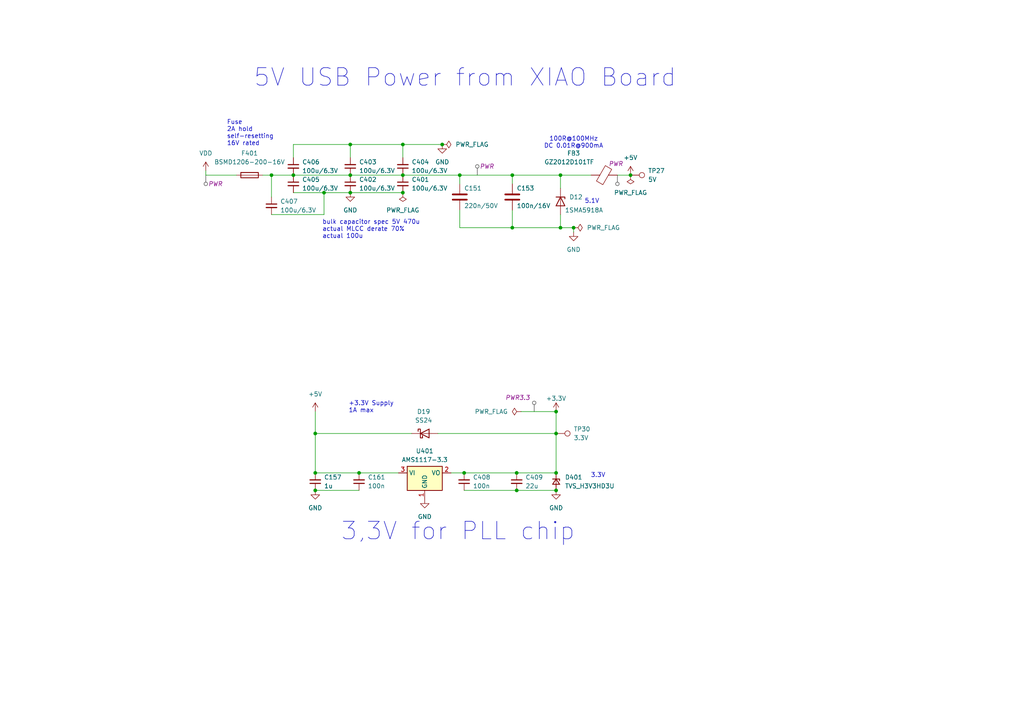
<source format=kicad_sch>
(kicad_sch (version 20250114) (generator "eeschema") (generator_version "9.0")
  (paper "A4")
  (lib_symbols
    (symbol "Connector:TestPoint" (pin_numbers (hide yes)) (pin_names (offset 0.762) (hide yes))
      (property "Reference" "TP" (at 0 6.858 0))
      (property "Value" "TestPoint" (at 0 5.08 0))
      (symbol "TestPoint_0_1"
        (circle (center 0 3.302) (radius 0.762))
      )
      (symbol "TestPoint_1_1"
        (pin passive line (at 0 0 90) (length 2.54) (name "1") (number "1"))
      )
    )
    (symbol "Device:C" (pin_numbers (hide yes)) (pin_names (offset 0.254))
      (property "Reference" "C" (at 0.635 2.54 0))
      (property "Value" "C" (at 0.635 -2.54 0))
      (symbol "C_0_1"
        (polyline (pts (xy -2.032 0.762) (xy 2.032 0.762)) (stroke (width 0.508)))
        (polyline (pts (xy -2.032 -0.762) (xy 2.032 -0.762)) (stroke (width 0.508)))
      )
      (symbol "C_1_1"
        (pin passive line (at 0 3.81 270) (length 2.794) (name "~") (number "1"))
        (pin passive line (at 0 -3.81 90) (length 2.794) (name "~") (number "2"))
      )
    )
    (symbol "Device:C_Small" (pin_numbers (hide yes)) (pin_names (offset 0.254) (hide yes))
      (property "Reference" "C" (at 0.254 1.778 0))
      (property "Value" "C_Small" (at 0.254 -2.032 0))
      (symbol "C_Small_0_1"
        (polyline (pts (xy -1.524 0.508) (xy 1.524 0.508)) (stroke (width 0.3048)))
        (polyline (pts (xy -1.524 -0.508) (xy 1.524 -0.508)) (stroke (width 0.3302)))
      )
      (symbol "C_Small_1_1"
        (pin passive line (at 0 2.54 270) (length 2.032) (name "~") (number "1"))
        (pin passive line (at 0 -2.54 90) (length 2.032) (name "~") (number "2"))
      )
    )
    (symbol "Device:D_Schottky" (pin_numbers (hide yes)) (pin_names (offset 1.016) (hide yes))
      (property "Reference" "D" (at 0 2.54 0))
      (property "Value" "D_Schottky" (at 0 -2.54 0))
      (symbol "D_Schottky_0_1"
        (polyline (pts (xy -1.905 0.635) (xy -1.905 1.27) (xy -1.27 1.27) (xy -1.27 -1.27) (xy -0.635 -1.27) (xy -0.635 -0.635)) (stroke (width 0.254)))
        (polyline (pts (xy 1.27 1.27) (xy 1.27 -1.27) (xy -1.27 0) (xy 1.27 1.27)) (stroke (width 0.254)))
        (polyline (pts (xy 1.27 0) (xy -1.27 0)))
      )
      (symbol "D_Schottky_1_1"
        (pin passive line (at -3.81 0 0) (length 2.54) (name "K") (number "1"))
        (pin passive line (at 3.81 0 180) (length 2.54) (name "A") (number "2"))
      )
    )
    (symbol "Device:D_Zener" (pin_numbers (hide yes)) (pin_names (offset 1.016) (hide yes))
      (property "Reference" "D" (at 0 2.54 0))
      (property "Value" "D_Zener" (at 0 -2.54 0))
      (symbol "D_Zener_0_1"
        (polyline (pts (xy -1.27 -1.27) (xy -1.27 1.27) (xy -0.762 1.27)) (stroke (width 0.254)))
        (polyline (pts (xy 1.27 0) (xy -1.27 0)))
        (polyline (pts (xy 1.27 -1.27) (xy 1.27 1.27) (xy -1.27 0) (xy 1.27 -1.27)) (stroke (width 0.254)))
      )
      (symbol "D_Zener_1_1"
        (pin passive line (at -3.81 0 0) (length 2.54) (name "K") (number "1"))
        (pin passive line (at 3.81 0 180) (length 2.54) (name "A") (number "2"))
      )
    )
    (symbol "Device:D_Zener_Small" (pin_numbers (hide yes)) (pin_names (offset 0.254) (hide yes))
      (property "Reference" "D" (at 0 2.286 0))
      (property "Value" "D_Zener_Small" (at 0 -2.286 0))
      (symbol "D_Zener_Small_0_1"
        (polyline (pts (xy -0.254 1.016) (xy -0.762 1.016) (xy -0.762 -1.016)) (stroke (width 0.254)))
        (polyline (pts (xy 0.762 1.016) (xy -0.762 0) (xy 0.762 -1.016) (xy 0.762 1.016)) (stroke (width 0.254)))
        (polyline (pts (xy 0.762 0) (xy -0.762 0)))
      )
      (symbol "D_Zener_Small_1_1"
        (pin passive line (at -2.54 0 0) (length 1.778) (name "K") (number "1"))
        (pin passive line (at 2.54 0 180) (length 1.778) (name "A") (number "2"))
      )
    )
    (symbol "Device:FerriteBead" (pin_numbers (hide yes)) (pin_names (offset 0))
      (property "Reference" "FB" (at -3.81 0.635 90))
      (property "Value" "FerriteBead" (at 3.81 0 90))
      (symbol "FerriteBead_0_1"
        (polyline (pts (xy -2.7686 0.4064) (xy -1.7018 2.2606) (xy 2.7686 -0.3048) (xy 1.6764 -2.159) (xy -2.7686 0.4064)))
        (polyline (pts (xy 0 1.27) (xy 0 1.2954)))
        (polyline (pts (xy 0 -1.27) (xy 0 -1.2192)))
      )
      (symbol "FerriteBead_1_1"
        (pin passive line (at 0 3.81 270) (length 2.54) (name "~") (number "1"))
        (pin passive line (at 0 -3.81 90) (length 2.54) (name "~") (number "2"))
      )
    )
    (symbol "Device:Fuse" (pin_numbers (hide yes)) (pin_names (offset 0))
      (property "Reference" "F" (at 2.032 0 90))
      (property "Value" "Fuse" (at -1.905 0 90))
      (symbol "Fuse_0_1"
        (rectangle (start -0.762 -2.54) (end 0.762 2.54) (stroke (width 0.254)))
        (polyline (pts (xy 0 2.54) (xy 0 -2.54)))
      )
      (symbol "Fuse_1_1"
        (pin passive line (at 0 3.81 270) (length 1.27) (name "~") (number "1"))
        (pin passive line (at 0 -3.81 90) (length 1.27) (name "~") (number "2"))
      )
    )
    (symbol "Regulator_Linear:AMS1117-3.3"
      (property "Reference" "U" (at -3.81 3.175 0))
      (property "Value" "AMS1117-3.3" (at 0 3.175 0))
      (symbol "AMS1117-3.3_0_1"
        (rectangle (start -5.08 -5.08) (end 5.08 1.905) (stroke (width 0.254)) (fill (type background)))
      )
      (symbol "AMS1117-3.3_1_1"
        (pin power_in line (at -7.62 0 0) (length 2.54) (name "VI") (number "3"))
        (pin power_in line (at 0 -7.62 90) (length 2.54) (name "GND") (number "1"))
        (pin power_out line (at 7.62 0 180) (length 2.54) (name "VO") (number "2"))
      )
    )
    (symbol "power:+3.3V" (power) (pin_names (offset 0))
      (property "Value" "+3.3V" (at 0 3.556 0))
      (symbol "+3.3V_0_1"
        (polyline (pts (xy -0.762 1.27) (xy 0 2.54)))
        (polyline (pts (xy 0 2.54) (xy 0.762 1.27)))
        (polyline (pts (xy 0 0) (xy 0 2.54)))
      )
      (symbol "+3.3V_1_1"
        (pin power_in line (at 0 0 90) (length 0) (hide yes) (name "+3.3V") (number "1"))
      )
    )
    (symbol "power:+5V" (power) (pin_names (offset 0))
      (property "Value" "+5V" (at 0 3.556 0))
      (symbol "+5V_0_1"
        (polyline (pts (xy -0.762 1.27) (xy 0 2.54)))
        (polyline (pts (xy 0 2.54) (xy 0.762 1.27)))
        (polyline (pts (xy 0 0) (xy 0 2.54)))
      )
      (symbol "+5V_1_1"
        (pin power_in line (at 0 0 90) (length 0) (hide yes) (name "+5V") (number "1"))
      )
    )
    (symbol "power:GND" (power) (pin_names (offset 0))
      (property "Value" "GND" (at 0 -3.81 0))
      (symbol "GND_0_1"
        (polyline (pts (xy 0 0) (xy 0 -1.27) (xy 1.27 -1.27) (xy 0 -2.54) (xy -1.27 -1.27) (xy 0 -1.27)))
      )
      (symbol "GND_1_1"
        (pin power_in line (at 0 0 270) (length 0) (hide yes) (name "GND") (number "1"))
      )
    )
    (symbol "power:PWR_FLAG" (power) (pin_numbers (hide yes)) (pin_names (offset 0) (hide yes))
      (property "Value" "PWR_FLAG" (at 0 3.81 0))
      (symbol "PWR_FLAG_0_0"
        (pin power_out line (at 0 0 90) (length 0) (name "pwr") (number "1"))
      )
      (symbol "PWR_FLAG_0_1"
        (polyline (pts (xy 0 0) (xy 0 1.27) (xy -1.016 1.905) (xy 0 2.54) (xy 1.016 1.905) (xy 0 1.27)))
      )
    )
    (symbol "power:VDD" (power) (pin_numbers (hide yes)) (pin_names (offset 0) (hide yes))
      (property "Value" "VDD" (at 0 3.556 0))
      (symbol "VDD_0_1"
        (polyline (pts (xy -0.762 1.27) (xy 0 2.54)))
        (polyline (pts (xy 0 2.54) (xy 0.762 1.27)))
        (polyline (pts (xy 0 0) (xy 0 2.54)))
      )
      (symbol "VDD_1_1"
        (pin power_in line (at 0 0 90) (length 0) (name "~") (number "1"))
      )
    )
  )
  (text "100R@100MHz\nDC 0.01R@900mA" (at 166.37 41.402 0) (effects (font (size 1.27 1.27))))
  (text "5.1V" (at 171.704 58.42 0) (effects (font (size 1.27 1.27))))
  (text "Fuse\n2A hold\nself-resetting\n16V rated" (at 65.786 38.608 0) (effects (font (size 1.27 1.27)) (justify left)))
  (text "+3.3V Supply\n1A max" (at 101.092 119.888 0) (effects (font (size 1.27 1.27)) (justify left bottom)))
  (text "3.3V" (at 173.482 137.922 0) (effects (font (size 1.27 1.27))))
  (text "5V USB Power from XIAO Board" (at 134.874 22.606 0) (effects (font (size 5.08 5.08))))
  (text "bulk capacitor spec 5V 470u\nactual MLCC derate 70%\nactual 100u" (at 93.472 66.548 0) (effects (font (size 1.27 1.27)) (justify left)))
  (text "3,3V for PLL chip" (at 132.842 154.178 0) (effects (font (size 5.08 5.08))))
  (junction (at 148.59 66.04))
  (junction (at 149.86 142.24))
  (junction (at 162.56 50.8))
  (junction (at 85.09 50.8))
  (junction (at 149.86 137.16))
  (junction (at 116.84 55.88))
  (junction (at 161.29 137.16))
  (junction (at 91.44 142.24))
  (junction (at 101.6 41.91))
  (junction (at 148.59 50.8))
  (junction (at 91.44 137.16))
  (junction (at 101.6 55.88))
  (junction (at 93.98 55.88))
  (junction (at 161.29 142.24))
  (junction (at 166.37 66.04))
  (junction (at 134.62 137.16))
  (junction (at 78.74 50.8))
  (junction (at 161.29 125.73))
  (junction (at 91.44 125.73))
  (junction (at 182.88 50.8))
  (junction (at 128.27 41.91))
  (junction (at 116.84 41.91))
  (junction (at 104.14 137.16))
  (junction (at 162.56 66.04))
  (junction (at 101.6 50.8))
  (junction (at 133.35 50.8))
  (junction (at 161.29 119.38))
  (junction (at 116.84 50.8))
  (wire (pts (xy 85.09 50.8) (xy 101.6 50.8)))
  (wire (pts (xy 148.59 50.8) (xy 148.59 53.34)))
  (wire (pts (xy 78.74 62.23) (xy 93.98 62.23)))
  (wire (pts (xy 133.35 50.8) (xy 133.35 53.34)))
  (wire (pts (xy 91.44 119.38) (xy 91.44 125.73)))
  (wire (pts (xy 93.98 55.88) (xy 85.09 55.88)))
  (wire (pts (xy 85.09 41.91) (xy 101.6 41.91)))
  (wire (pts (xy 101.6 50.8) (xy 116.84 50.8)))
  (wire (pts (xy 116.84 55.88) (xy 101.6 55.88)))
  (wire (pts (xy 149.86 142.24) (xy 161.29 142.24)))
  (wire (pts (xy 133.35 50.8) (xy 148.59 50.8)))
  (wire (pts (xy 134.62 142.24) (xy 149.86 142.24)))
  (wire (pts (xy 148.59 60.96) (xy 148.59 66.04)))
  (wire (pts (xy 166.37 67.31) (xy 166.37 66.04)))
  (wire (pts (xy 101.6 55.88) (xy 93.98 55.88)))
  (wire (pts (xy 161.29 119.38) (xy 161.29 125.73)))
  (wire (pts (xy 91.44 142.24) (xy 104.14 142.24)))
  (wire (pts (xy 162.56 50.8) (xy 171.45 50.8)))
  (wire (pts (xy 162.56 66.04) (xy 166.37 66.04)))
  (wire (pts (xy 148.59 66.04) (xy 162.56 66.04)))
  (wire (pts (xy 76.2 50.8) (xy 78.74 50.8)))
  (wire (pts (xy 59.69 50.8) (xy 68.58 50.8)))
  (wire (pts (xy 101.6 41.91) (xy 116.84 41.91)))
  (wire (pts (xy 134.62 137.16) (xy 149.86 137.16)))
  (wire (pts (xy 101.6 41.91) (xy 101.6 45.72)))
  (wire (pts (xy 59.69 49.53) (xy 59.69 50.8)))
  (wire (pts (xy 78.74 50.8) (xy 78.74 57.15)))
  (wire (pts (xy 116.84 41.91) (xy 116.84 45.72)))
  (wire (pts (xy 149.86 137.16) (xy 161.29 137.16)))
  (wire (pts (xy 91.44 137.16) (xy 104.14 137.16)))
  (wire (pts (xy 116.84 50.8) (xy 133.35 50.8)))
  (wire (pts (xy 78.74 50.8) (xy 85.09 50.8)))
  (wire (pts (xy 85.09 45.72) (xy 85.09 41.91)))
  (wire (pts (xy 127 125.73) (xy 161.29 125.73)))
  (wire (pts (xy 179.07 50.8) (xy 182.88 50.8)))
  (wire (pts (xy 161.29 125.73) (xy 161.29 137.16)))
  (wire (pts (xy 133.35 60.96) (xy 133.35 66.04)))
  (wire (pts (xy 116.84 41.91) (xy 128.27 41.91)))
  (wire (pts (xy 148.59 50.8) (xy 162.56 50.8)))
  (wire (pts (xy 104.14 137.16) (xy 115.57 137.16)))
  (wire (pts (xy 91.44 125.73) (xy 119.38 125.73)))
  (wire (pts (xy 130.81 137.16) (xy 134.62 137.16)))
  (wire (pts (xy 133.35 66.04) (xy 148.59 66.04)))
  (wire (pts (xy 151.13 119.38) (xy 161.29 119.38)))
  (wire (pts (xy 162.56 50.8) (xy 162.56 54.61)))
  (wire (pts (xy 162.56 62.23) (xy 162.56 66.04)))
  (wire (pts (xy 91.44 125.73) (xy 91.44 137.16)))
  (wire (pts (xy 93.98 62.23) (xy 93.98 55.88)))
  (netclass_flag "" (length 2.54) (shape round) (at 138.43 50.8 0) (property "Netclass" "PWR" (at 139.1285 48.26 0) (effects (font (italic yes)) (justify left))))
  (netclass_flag "" (length 2.54) (shape round) (at 59.69 50.8 180) (property "Netclass" "PWR" (at 60.3885 53.34 0) (effects (font (italic yes)) (justify left))))
  (netclass_flag "" (length 2.54) (shape round) (at 179.07 50.8 180) (property "Netclass" "PWR" (at 176.53 47.498 0) (effects (font (italic yes)) (justify left))))
  (netclass_flag "" (length 2.54) (shape round) (at 154.94 119.38 0) (property "Netclass" "PWR3.3" (at 146.558 115.316 0) (effects (font (italic yes)) (justify left))))
  (symbol (lib_id "Device:C_Small") (at 91.44 139.7 180) (unit 1)
    (property "Reference" "C157" (at 93.98 138.4235 0) (effects (justify right)))
    (property "Value" "1u" (at 93.98 140.9635 0) (effects (justify right)))
    (property "Footprint" "Capacitor_SMD:C_0805_2012Metric" (effects (hide yes)))
    (property "Description" "Unpolarized capacitor, small symbol" (effects (hide yes)))
    (property "LCSC" "C28323" (effects (hide yes)))
  )
  (symbol (lib_id "power:+3.3V") (at 161.29 119.38 0) (unit 1)
    (property "Reference" "#PWR0157" (effects (hide yes)))
    (property "Value" "+3.3V" (at 161.29 115.57 0))
  )
  (symbol (lib_id "power:PWR_FLAG") (at 128.27 41.91 270) (unit 1)
    (property "Reference" "#FLG0401" (effects (hide yes)))
    (property "Value" "PWR_FLAG" (at 132.08 41.9099 90) (effects (justify left)))
  )
  (symbol (lib_id "power:VDD") (at 59.69 49.53 0) (unit 1)
    (property "Reference" "#PWR018" (effects (hide yes)))
    (property "Value" "VDD" (at 59.69 44.45 0))
    (property "Description" "Power symbol creates a global label with name \"VDD\"" (effects (hide yes)))
  )
  (symbol (lib_id "Connector:TestPoint") (at 161.29 125.73 270) (unit 1)
    (property "Reference" "TP30" (at 166.37 124.4599 90) (effects (justify left)))
    (property "Value" "3.3V" (at 166.37 126.9999 90) (effects (justify left)))
    (property "Footprint" "TestPoint:TestPoint_Pad_D2.0mm" (effects (hide yes)))
  )
  (symbol (lib_id "power:GND") (at 166.37 67.31 0) (unit 1)
    (property "Reference" "#PWR0155" (effects (hide yes)))
    (property "Value" "GND" (at 166.37 72.39 0))
  )
  (symbol (lib_id "Regulator_Linear:AMS1117-3.3") (at 123.19 137.16 0) (unit 1)
    (property "Reference" "U401" (at 123.19 130.81 0))
    (property "Value" "AMS1117-3.3" (at 123.19 133.35 0))
    (property "Footprint" "Package_TO_SOT_SMD:SOT-223-3_TabPin2" (effects (hide yes)))
    (property "Datasheet" "http://www.advanced-monolithic.com/pdf/ds1117.pdf" (effects (hide yes)))
    (property "Description" "1A Low Dropout regulator, positive, 3.3V fixed output, SOT-223" (effects (hide yes)))
    (property "LCSC" "C6186" (effects (hide yes)))
  )
  (symbol (lib_id "Device:C_Small") (at 78.74 59.69 0) (unit 1)
    (property "Reference" "C407" (at 81.28 58.4262 0) (effects (justify left)))
    (property "Value" "100u/6.3V" (at 81.28 60.9662 0) (effects (justify left)))
    (property "Footprint" "Capacitor_SMD:C_1206_3216Metric" (effects (hide yes)))
    (property "Description" "Unpolarized capacitor, small symbol" (effects (hide yes)))
    (property "LCSC" "C15008" (effects (hide yes)))
  )
  (symbol (lib_id "power:PWR_FLAG") (at 182.88 50.8 180) (unit 1)
    (property "Reference" "#FLG0101" (effects (hide yes)))
    (property "Value" "PWR_FLAG" (at 182.88 55.88 0))
  )
  (symbol (lib_id "Device:C") (at 148.59 57.15 0) (unit 1)
    (property "Reference" "C153" (at 149.86 54.61 0) (effects (justify left)))
    (property "Value" "100n/16V" (at 149.86 59.69 0) (effects (justify left)))
    (property "Footprint" "Capacitor_SMD:C_0402_1005Metric" (effects (hide yes)))
    (property "LCSC" "C1525" (effects (hide yes)))
  )
  (symbol (lib_id "Device:C_Small") (at 116.84 48.26 180) (unit 1)
    (property "Reference" "C404" (at 119.38 46.9835 0) (effects (justify right)))
    (property "Value" "100u/6.3V" (at 119.38 49.5235 0) (effects (justify right)))
    (property "Footprint" "Capacitor_SMD:C_1206_3216Metric" (effects (hide yes)))
    (property "Description" "Unpolarized capacitor, small symbol" (effects (hide yes)))
    (property "LCSC" "C15008" (effects (hide yes)))
  )
  (symbol (lib_id "power:PWR_FLAG") (at 166.37 66.04 270) (unit 1)
    (property "Reference" "#FLG0102" (effects (hide yes)))
    (property "Value" "PWR_FLAG" (at 170.18 66.0399 90) (effects (justify left)))
  )
  (symbol (lib_id "power:GND") (at 123.19 144.78 0) (unit 1)
    (property "Reference" "#PWR0404" (effects (hide yes)))
    (property "Value" "GND" (at 123.19 149.86 0))
  )
  (symbol (lib_id "Device:Fuse") (at 72.39 50.8 90) (unit 1)
    (property "Reference" "F401" (at 72.39 44.45 90))
    (property "Value" "BSMD1206-200-16V" (at 72.39 46.99 90))
    (property "Footprint" "Fuse:Fuse_1206_3216Metric" (effects (hide yes)))
    (property "Description" "Fuse" (effects (hide yes)))
    (property "LCSC" "C2685749" (effects (hide yes)))
  )
  (symbol (lib_id "power:GND") (at 91.44 142.24 0) (unit 1)
    (property "Reference" "#PWR0403" (effects (hide yes)))
    (property "Value" "GND" (at 91.44 147.32 0))
  )
  (symbol (lib_id "Device:D_Schottky") (at 123.19 125.73 0) (unit 1)
    (property "Reference" "D19" (at 122.8725 119.38 0))
    (property "Value" "SS24" (at 122.8725 121.92 0))
    (property "Footprint" "Diode_SMD:D_SMA" (effects (hide yes)))
    (property "Datasheet" "https://www.diodes.com/assets/Datasheets/ds31733.pdf" (effects (hide yes)))
    (property "LCSC" "C7420362" (effects (hide yes)))
  )
  (symbol (lib_id "power:GND") (at 161.29 142.24 0) (unit 1)
    (property "Reference" "#PWR0405" (effects (hide yes)))
    (property "Value" "GND" (at 161.29 147.32 0))
  )
  (symbol (lib_id "Device:FerriteBead") (at 175.26 50.8 90) (unit 1)
    (property "Reference" "FB3" (at 166.37 44.45 90))
    (property "Value" "GZ2012D101TF" (at 165.1 46.99 90))
    (property "Footprint" "Inductor_SMD:L_0805_2012Metric" (effects (hide yes)))
    (property "Datasheet" "https://www.mouser.de/datasheet/2/447/KEM_FB0001_Z_PWS-3316960.pdf" (effects (hide yes)))
    (property "LCSC" "C1015" (effects (hide yes)))
  )
  (symbol (lib_id "power:GND") (at 101.6 55.88 0) (unit 1)
    (property "Reference" "#PWR0402" (effects (hide yes)))
    (property "Value" "GND" (at 101.6 60.96 0))
  )
  (symbol (lib_id "power:+5V") (at 91.44 119.38 0) (unit 1)
    (property "Reference" "#PWR024" (effects (hide yes)))
    (property "Value" "+5V" (at 91.44 114.3 0))
  )
  (symbol (lib_id "Device:D_Zener") (at 162.56 58.42 270) (unit 1)
    (property "Reference" "D12" (at 165.1 57.15 90) (effects (justify left)))
    (property "Value" "1SMA5918A" (at 163.83 60.96 90) (effects (justify left)))
    (property "Footprint" "Diode_SMD:D_SMA" (effects (hide yes)))
    (property "Datasheet" "https://www.diodes.com/assets/Datasheets/DFLZxxQ.pdf" (effects (hide yes)))
    (property "LCSC" "C19077487" (effects (hide yes)))
  )
  (symbol (lib_id "Device:C_Small") (at 85.09 48.26 0) (unit 1)
    (property "Reference" "C406" (at 87.63 46.9962 0) (effects (justify left)))
    (property "Value" "100u/6.3V" (at 87.63 49.5362 0) (effects (justify left)))
    (property "Footprint" "Capacitor_SMD:C_1206_3216Metric" (effects (hide yes)))
    (property "Description" "Unpolarized capacitor, small symbol" (effects (hide yes)))
    (property "LCSC" "C15008" (effects (hide yes)))
  )
  (symbol (lib_id "Device:D_Zener_Small") (at 161.29 139.7 270) (unit 1)
    (property "Reference" "D401" (at 163.83 138.4299 90) (effects (justify left)))
    (property "Value" "TVS_H3V3HD3U" (at 163.83 140.9699 90) (effects (justify left)))
    (property "Footprint" "Diode_SMD:D_SOD-323" (effects (hide yes)))
    (property "Description" "Zener diode, small symbol" (effects (hide yes)))
    (property "LCSC" "C20615801" (effects (hide yes)))
  )
  (symbol (lib_id "Device:C_Small") (at 116.84 53.34 0) (unit 1)
    (property "Reference" "C401" (at 119.38 52.0762 0) (effects (justify left)))
    (property "Value" "100u/6.3V" (at 119.38 54.6162 0) (effects (justify left)))
    (property "Footprint" "Capacitor_SMD:C_1206_3216Metric" (effects (hide yes)))
    (property "Description" "Unpolarized capacitor, small symbol" (effects (hide yes)))
    (property "LCSC" "C15008" (effects (hide yes)))
  )
  (symbol (lib_id "Device:C") (at 133.35 57.15 0) (unit 1)
    (property "Reference" "C151" (at 134.62 54.61 0) (effects (justify left)))
    (property "Value" "220n/50V" (at 134.62 59.69 0) (effects (justify left)))
    (property "Footprint" "Capacitor_SMD:C_0805_2012Metric" (effects (hide yes)))
    (property "LCSC" "C5378" (effects (hide yes)))
  )
  (symbol (lib_id "Device:C_Small") (at 149.86 139.7 0) (unit 1)
    (property "Reference" "C409" (at 152.4 138.4362 0) (effects (justify left)))
    (property "Value" "22u" (at 152.4 140.9762 0) (effects (justify left)))
    (property "Footprint" "Capacitor_SMD:C_0805_2012Metric" (effects (hide yes)))
    (property "Description" "Unpolarized capacitor, small symbol" (effects (hide yes)))
    (property "LCSC" "C45783" (effects (hide yes)))
  )
  (symbol (lib_id "Device:C_Small") (at 104.14 139.7 180) (unit 1)
    (property "Reference" "C161" (at 106.68 138.4235 0) (effects (justify right)))
    (property "Value" "100n" (at 106.68 140.9635 0) (effects (justify right)))
    (property "Footprint" "Capacitor_SMD:C_0402_1005Metric" (effects (hide yes)))
    (property "Description" "Unpolarized capacitor, small symbol" (effects (hide yes)))
    (property "LCSC" "C1525" (effects (hide yes)))
  )
  (symbol (lib_id "power:PWR_FLAG") (at 116.84 55.88 180) (unit 1)
    (property "Reference" "#FLG0402" (effects (hide yes)))
    (property "Value" "PWR_FLAG" (at 116.84 60.96 0))
  )
  (symbol (lib_id "Connector:TestPoint") (at 182.88 50.8 270) (unit 1)
    (property "Reference" "TP27" (at 187.96 49.5299 90) (effects (justify left)))
    (property "Value" "5V" (at 187.96 52.0699 90) (effects (justify left)))
    (property "Footprint" "TestPoint:TestPoint_Pad_D2.0mm" (effects (hide yes)))
  )
  (symbol (lib_id "power:PWR_FLAG") (at 151.13 119.38 90) (unit 1)
    (property "Reference" "#FLG0103" (effects (hide yes)))
    (property "Value" "PWR_FLAG" (at 147.32 119.3799 90) (effects (justify left)))
  )
  (symbol (lib_id "Device:C_Small") (at 134.62 139.7 180) (unit 1)
    (property "Reference" "C408" (at 137.16 138.4235 0) (effects (justify right)))
    (property "Value" "100n" (at 137.16 140.9635 0) (effects (justify right)))
    (property "Footprint" "Capacitor_SMD:C_0402_1005Metric" (effects (hide yes)))
    (property "Description" "Unpolarized capacitor, small symbol" (effects (hide yes)))
    (property "LCSC" "C1525" (effects (hide yes)))
  )
  (symbol (lib_id "Device:C_Small") (at 85.09 53.34 0) (unit 1)
    (property "Reference" "C405" (at 87.63 52.0762 0) (effects (justify left)))
    (property "Value" "100u/6.3V" (at 87.63 54.6162 0) (effects (justify left)))
    (property "Footprint" "Capacitor_SMD:C_1206_3216Metric" (effects (hide yes)))
    (property "Description" "Unpolarized capacitor, small symbol" (effects (hide yes)))
    (property "LCSC" "C15008" (effects (hide yes)))
  )
  (symbol (lib_id "Device:C_Small") (at 101.6 48.26 180) (unit 1)
    (property "Reference" "C403" (at 104.14 46.9835 0) (effects (justify right)))
    (property "Value" "100u/6.3V" (at 104.14 49.5235 0) (effects (justify right)))
    (property "Footprint" "Capacitor_SMD:C_1206_3216Metric" (effects (hide yes)))
    (property "Description" "Unpolarized capacitor, small symbol" (effects (hide yes)))
    (property "LCSC" "C15008" (effects (hide yes)))
  )
  (symbol (lib_id "power:GND") (at 128.27 41.91 0) (unit 1)
    (property "Reference" "#PWR0401" (effects (hide yes)))
    (property "Value" "GND" (at 128.27 46.99 0))
  )
  (symbol (lib_id "power:+5V") (at 182.88 50.8 0) (unit 1)
    (property "Reference" "#PWR05" (effects (hide yes)))
    (property "Value" "+5V" (at 182.88 45.72 0))
  )
  (symbol (lib_id "Device:C_Small") (at 101.6 53.34 0) (unit 1)
    (property "Reference" "C402" (at 104.14 52.0762 0) (effects (justify left)))
    (property "Value" "100u/6.3V" (at 104.14 54.6162 0) (effects (justify left)))
    (property "Footprint" "Capacitor_SMD:C_1206_3216Metric" (effects (hide yes)))
    (property "Description" "Unpolarized capacitor, small symbol" (effects (hide yes)))
    (property "LCSC" "C15008" (effects (hide yes)))
  )
)
</source>
